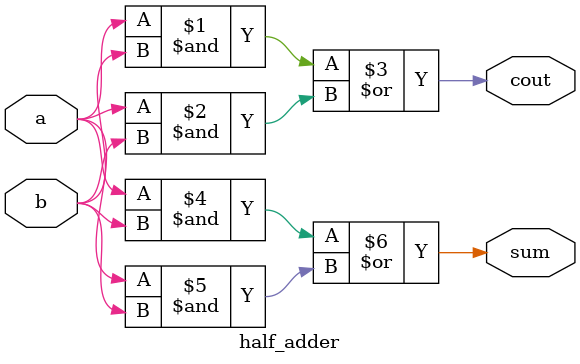
<source format=v>
module half_adder( 
input a, b,
output cout, sum );

assign cout = (a&b) | (a&b);
assign sum = (a&b) | (a&b);

endmodule

</source>
